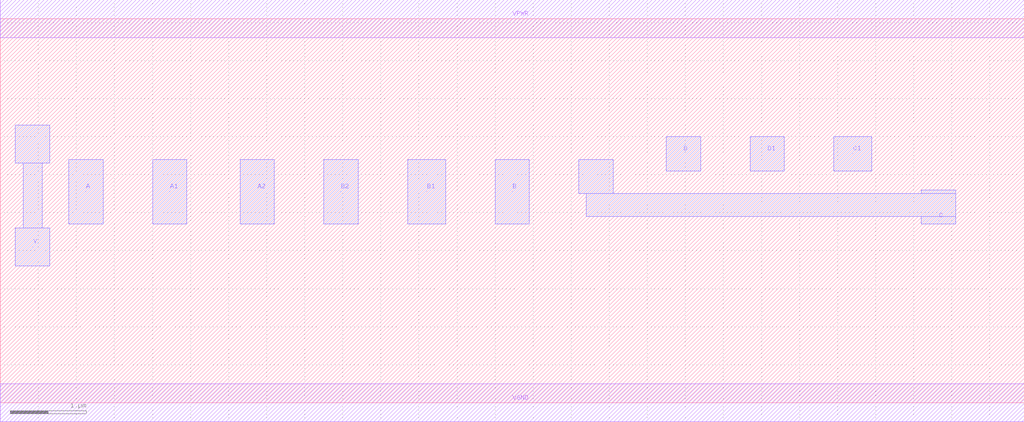
<source format=lef>
VERSION 5.7 ;
  NOWIREEXTENSIONATPIN ON ;
  DIVIDERCHAR "/" ;
  BUSBITCHARS "[]" ;
MACRO AAAAOI3322
  CLASS CORE ;
  FOREIGN AAAAOI3322 ;
  ORIGIN 0.000 0.000 ;
  SIZE 13.450 BY 5.050 ;
  SYMMETRY X Y R90 ;
  SITE unit ;
  PIN VPWR
    DIRECTION INOUT ;
    USE POWER ;
    SHAPE ABUTMENT ;
    PORT
      LAYER Metal1 ;
        RECT 0.000 4.800 13.450 5.300 ;
    END
  END VPWR
  PIN VGND
    DIRECTION INOUT ;
    USE GROUND ;
    SHAPE ABUTMENT ;
    PORT
      LAYER Metal1 ;
        RECT 0.000 -0.250 13.450 0.250 ;
    END
  END VGND
  PIN Y
    DIRECTION INOUT ;
    USE SIGNAL ;
    SHAPE ABUTMENT ;
    PORT
      LAYER Metal2 ;
        RECT 0.200 3.150 0.650 3.650 ;
        RECT 0.300 2.300 0.550 3.150 ;
        RECT 0.200 1.800 0.650 2.300 ;
    END
  END Y
  PIN D
    DIRECTION INOUT ;
    USE SIGNAL ;
    SHAPE ABUTMENT ;
    PORT
      LAYER Metal2 ;
        RECT 8.750 3.050 9.200 3.500 ;
    END
  END D
  PIN C1
    DIRECTION INOUT ;
    USE SIGNAL ;
    SHAPE ABUTMENT ;
    PORT
      LAYER Metal2 ;
        RECT 10.950 3.050 11.450 3.500 ;
    END
  END C1
  PIN B2
    DIRECTION INOUT ;
    USE SIGNAL ;
    SHAPE ABUTMENT ;
    PORT
      LAYER Metal2 ;
        RECT 4.250 2.350 4.700 3.200 ;
    END
  END B2
  PIN B1
    DIRECTION INOUT ;
    USE SIGNAL ;
    SHAPE ABUTMENT ;
    PORT
      LAYER Metal2 ;
        RECT 5.350 2.350 5.850 3.200 ;
    END
  END B1
  PIN C
    DIRECTION INOUT ;
    USE SIGNAL ;
    SHAPE ABUTMENT ;
    PORT
      LAYER Metal2 ;
        RECT 7.600 2.750 8.050 3.200 ;
        RECT 12.100 2.750 12.550 2.800 ;
        RECT 7.700 2.450 12.550 2.750 ;
        RECT 12.100 2.350 12.550 2.450 ;
    END
  END C
  PIN A
    DIRECTION INOUT ;
    USE SIGNAL ;
    SHAPE ABUTMENT ;
    PORT
      LAYER Metal2 ;
        RECT 0.900 2.350 1.350 3.200 ;
    END
  END A
  PIN A2
    DIRECTION INOUT ;
    USE SIGNAL ;
    SHAPE ABUTMENT ;
    PORT
      LAYER Metal2 ;
        RECT 3.150 2.350 3.600 3.200 ;
    END
  END A2
  PIN B
    DIRECTION INOUT ;
    USE SIGNAL ;
    SHAPE ABUTMENT ;
    PORT
      LAYER Metal2 ;
        RECT 6.500 2.350 6.950 3.200 ;
    END
  END B
  PIN A1
    DIRECTION INOUT ;
    USE SIGNAL ;
    SHAPE ABUTMENT ;
    PORT
      LAYER Metal2 ;
        RECT 2.000 2.350 2.450 3.200 ;
    END
  END A1
  PIN D1
    DIRECTION INOUT ;
    USE SIGNAL ;
    SHAPE ABUTMENT ;
    PORT
      LAYER Metal2 ;
        RECT 9.850 3.050 10.300 3.500 ;
    END
  END D1
END AAAAOI3322
END LIBRARY


</source>
